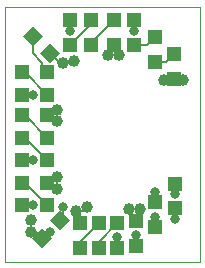
<source format=gtl>
G75*
%MOIN*%
%OFA0B0*%
%FSLAX24Y24*%
%IPPOS*%
%LPD*%
%AMOC8*
5,1,8,0,0,1.08239X$1,22.5*
%
%ADD10C,0.0000*%
%ADD11R,0.0472X0.0472*%
%ADD12R,0.0472X0.0472*%
%ADD13C,0.0397*%
%ADD14C,0.0060*%
%ADD15C,0.0317*%
D10*
X002392Y002517D02*
X002392Y011017D01*
X008892Y011017D01*
X008892Y002517D01*
X002392Y002517D01*
D11*
X002978Y004392D03*
X002978Y005142D03*
X002978Y005892D03*
X002978Y006642D03*
X002978Y007392D03*
X002978Y008079D03*
X002978Y008829D03*
X003805Y008829D03*
X003805Y008079D03*
X003805Y007392D03*
X003805Y006642D03*
X003805Y005892D03*
X003805Y005142D03*
X003805Y004392D03*
X004892Y003805D03*
X005517Y003805D03*
X006139Y003805D03*
X006767Y003868D03*
X007392Y003666D03*
X006767Y003041D03*
X006139Y002978D03*
X005517Y002978D03*
X004892Y002978D03*
X007392Y004493D03*
X008079Y004291D03*
X008079Y005118D03*
X008017Y008603D03*
X007392Y009166D03*
X008017Y009430D03*
X007392Y009993D03*
X006704Y009728D03*
X006017Y009728D03*
X005267Y009728D03*
X004579Y009728D03*
X004579Y010555D03*
X005267Y010555D03*
X006017Y010555D03*
X006704Y010555D03*
D12*
G36*
X003575Y009468D02*
X003908Y009801D01*
X004241Y009468D01*
X003908Y009135D01*
X003575Y009468D01*
G37*
G36*
X002990Y010053D02*
X003323Y010386D01*
X003656Y010053D01*
X003323Y009720D01*
X002990Y010053D01*
G37*
G36*
X004221Y003564D02*
X003888Y003897D01*
X004221Y004230D01*
X004554Y003897D01*
X004221Y003564D01*
G37*
G36*
X003636Y002980D02*
X003303Y003313D01*
X003636Y003646D01*
X003969Y003313D01*
X003636Y002980D01*
G37*
D13*
X003267Y003517D03*
X003267Y003892D03*
X004142Y004954D03*
X004142Y005329D03*
X004767Y004204D03*
X005142Y004329D03*
X006517Y004267D03*
X006892Y004267D03*
X004142Y007204D03*
X004142Y007579D03*
X004329Y009142D03*
X004704Y009204D03*
X005829Y009392D03*
X006204Y009392D03*
X007704Y008579D03*
X008329Y008579D03*
D14*
X008041Y008579D01*
X008017Y008603D01*
X007993Y008579D01*
X007704Y008579D01*
X007752Y009166D02*
X007392Y009166D01*
X007752Y009166D02*
X008017Y009430D01*
X007392Y009993D02*
X007127Y009728D01*
X006704Y009728D01*
X006204Y009541D02*
X006204Y009392D01*
X006204Y009541D02*
X006017Y009728D01*
X005829Y009541D01*
X005829Y009392D01*
X005267Y009728D02*
X005267Y009805D01*
X006017Y010555D01*
X006704Y010555D02*
X006704Y010204D01*
X005267Y010454D02*
X005267Y010555D01*
X005267Y010454D02*
X004680Y009868D01*
X004579Y009868D01*
X004579Y009728D01*
X004704Y009204D02*
X004642Y009142D01*
X004329Y009142D01*
X004234Y009142D01*
X003908Y009468D01*
X003642Y009142D02*
X003642Y008993D01*
X003805Y008829D01*
X003642Y009142D02*
X003323Y009460D01*
X003323Y010053D01*
X003055Y008829D02*
X003805Y008079D01*
X003993Y007579D02*
X003805Y007392D01*
X003993Y007204D01*
X004142Y007204D01*
X004142Y007579D02*
X003993Y007579D01*
X003329Y008079D02*
X002978Y008079D01*
X002978Y007392D02*
X003055Y007392D01*
X003805Y006642D01*
X003055Y006642D02*
X003805Y005892D01*
X003329Y005892D02*
X002978Y005892D01*
X002978Y006642D02*
X003055Y006642D01*
X003993Y005329D02*
X003805Y005142D01*
X003993Y004954D01*
X004142Y004954D01*
X004142Y005329D02*
X003993Y005329D01*
X003805Y004392D02*
X003055Y005142D01*
X002978Y005142D01*
X002978Y004392D02*
X003329Y004392D01*
X003267Y003892D02*
X003267Y003517D01*
X003432Y003517D01*
X003636Y003313D01*
X003688Y003313D01*
X003892Y003517D01*
X004221Y003897D02*
X004329Y004006D01*
X004329Y004329D01*
X004767Y004204D02*
X005017Y004204D01*
X005142Y004329D01*
X004892Y004079D02*
X004767Y004204D01*
X004892Y004079D02*
X004892Y003805D01*
X004892Y003180D02*
X005517Y003805D01*
X005517Y003183D02*
X006139Y003805D01*
X006517Y004118D02*
X006517Y004267D01*
X006517Y004118D02*
X006767Y003868D01*
X006892Y003993D01*
X006892Y004267D01*
X007392Y004493D02*
X007392Y004829D01*
X008079Y004767D02*
X008079Y005118D01*
X008079Y004291D02*
X008079Y003954D01*
X007392Y004017D02*
X007392Y003666D01*
X006767Y003392D02*
X006767Y003041D01*
X006142Y002981D02*
X006139Y002978D01*
X006142Y002981D02*
X006142Y003329D01*
X005517Y003183D02*
X005517Y002978D01*
X004892Y002978D02*
X004892Y003180D01*
X003055Y008829D02*
X002978Y008829D01*
X004579Y010204D02*
X004579Y010555D01*
D15*
X004579Y010204D03*
X006704Y010204D03*
X003329Y008079D03*
X003329Y005892D03*
X003329Y004392D03*
X003892Y003517D03*
X004329Y004329D03*
X006142Y003329D03*
X006767Y003392D03*
X007392Y004017D03*
X008079Y003954D03*
X008079Y004767D03*
X007392Y004829D03*
M02*

</source>
